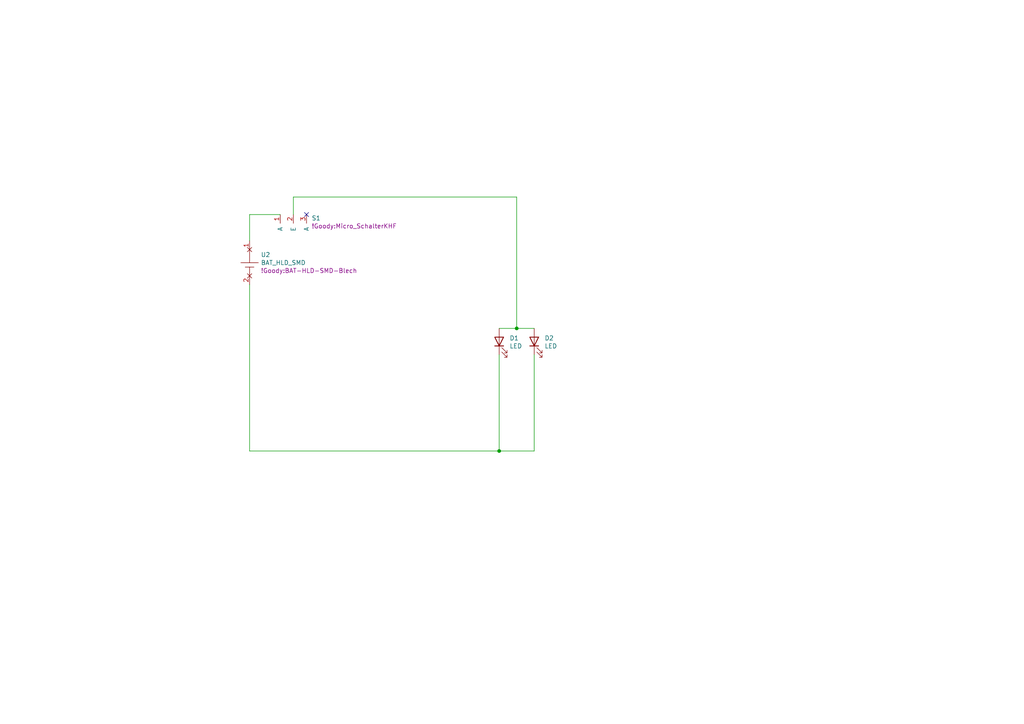
<source format=kicad_sch>
(kicad_sch (version 20230121) (generator eeschema)
  (paper "A4")
  (lib_symbols
    (symbol "!Goody:BAT_HLD_SMD" (pin_names (offset 1.016))
      (property "Reference" "U" (at -5.08 0 0))
      (property "Value" "BAT_HLD_SMD" (at -10.16 3.81 0))
      (property "Footprint" "KHF_LIB:BAT-HLD-SMD" (at -15.24 6.35 0))
      (symbol "BAT_HLD_SMD_0_1"
        (rectangle (start -1.27 -1.27) (end 1.27 -1.27))
        (rectangle (start -1.27 0) (end -2.54 0))
        (rectangle (start -1.27 0) (end 1.27 0))
        (polyline (pts (xy 0 -3.81) (xy 0 -1.27)))
        (polyline (pts (xy 0 0) (xy 0 3.81)))
        (polyline (pts (xy 1.27 0) (xy 2.54 0)))
      )
      (symbol "BAT_HLD_SMD_1_1"
        (pin power_out non_logic (at 0 6.35 270) (length 2.54) (name "~") (number "1"))
        (pin power_out non_logic (at 0 -6.35 90) (length 2.54) (name "~") (number "2"))
      )
    )
    (symbol "!Goody:LED" (pin_numbers hide) (pin_names (offset 1.016) hide)
      (property "Reference" "D" (at 0 2.54 0))
      (property "Value" "LED" (at 2.54 -2.54 90))
      (symbol "LED_0_1"
        (polyline (pts (xy 0 -3.81) (xy 0 -1.27)))
        (polyline (pts (xy 1.27 -3.81) (xy -1.27 -3.81)) (stroke (width 0.254)))
        (polyline (pts (xy 1.27 -1.27) (xy -1.27 -1.27) (xy 0 -3.81) (xy 1.27 -1.27)) (stroke (width 0.254)))
        (polyline (pts (xy 0.762 -5.588) (xy 2.286 -7.112) (xy 2.286 -6.35) (xy 2.286 -7.112) (xy 1.524 -7.112)))
        (polyline (pts (xy 0.762 -4.318) (xy 2.286 -5.842) (xy 2.286 -5.08) (xy 2.286 -5.842) (xy 1.524 -5.842)))
      )
      (symbol "LED_1_1"
        (pin passive line (at 0 -6.35 90) (length 2.54) (name "K") (number "1"))
        (pin passive line (at 0 1.27 270) (length 2.54) (name "A") (number "2"))
      )
    )
    (symbol "!Goody:Micro_Schalter" (pin_names (offset 1.016))
      (property "Reference" "S" (at 0 0 0))
      (property "Footprint" "KHF_LIB:Micro_SchalterKHF" (at 0 0 0))
      (symbol "Micro_Schalter_1_1"
        (pin passive line (at -3.81 -2.54 270) (length 2.54) (name "A") (number "1"))
        (pin passive line (at 0 -2.54 270) (length 2.54) (name "E") (number "2"))
        (pin passive line (at 3.81 -2.54 270) (length 2.54) (name "A") (number "3"))
      )
    )
  )
  (junction (at 149.86 95.25))
  (junction (at 144.78 130.81))
  (no_connect (at 88.9 62.23))
  (wire (pts (xy 85.09 57.15) (xy 149.86 57.15)))
  (wire (pts (xy 72.39 82.55) (xy 72.39 130.81)))
  (wire (pts (xy 149.86 57.15) (xy 149.86 95.25)))
  (wire (pts (xy 144.78 130.81) (xy 154.94 130.81)))
  (wire (pts (xy 72.39 62.23) (xy 81.28 62.23)))
  (wire (pts (xy 144.78 95.25) (xy 149.86 95.25)))
  (wire (pts (xy 85.09 62.23) (xy 85.09 57.15)))
  (wire (pts (xy 72.39 130.81) (xy 144.78 130.81)))
  (wire (pts (xy 72.39 69.85) (xy 72.39 62.23)))
  (wire (pts (xy 144.78 102.87) (xy 144.78 130.81)))
  (wire (pts (xy 149.86 95.25) (xy 154.94 95.25)))
  (wire (pts (xy 154.94 102.87) (xy 154.94 130.81)))
  (symbol (lib_id "!Goody:LED") (at 144.78 96.52 0) (unit 1)
    (property "Reference" "D1" (at 147.7772 98.0694 0) (effects (justify left)))
    (property "Value" "LED" (at 147.7772 100.3808 0) (effects (justify left)))
    (property "Footprint" "LED_THT:LED_D5.0mm" (effects hide))
  )
  (symbol (lib_id "!Goody:LED") (at 154.94 96.52 0) (unit 1)
    (property "Reference" "D2" (at 157.9372 98.0694 0) (effects (justify left)))
    (property "Value" "LED" (at 157.9372 100.3808 0) (effects (justify left)))
    (property "Footprint" "LED_THT:LED_D5.0mm" (effects hide))
  )
  (symbol (lib_id "!Goody:BAT_HLD_SMD") (at 72.39 76.2 0) (unit 1)
    (property "Reference" "U2" (at 75.6412 73.8886 0) (effects (justify left)))
    (property "Value" "BAT_HLD_SMD" (at 75.6412 76.2 0) (effects (justify left)))
    (property "Footprint" "!Goody:BAT-HLD-SMD-Blech" (at 75.6412 78.5114 0) (effects (justify left)))
  )
  (symbol (lib_id "!Goody:Micro_Schalter") (at 85.09 59.69 0) (unit 1)
    (property "Reference" "S1" (at 90.3732 63.2714 0) (effects (justify left)))
    (property "Value" "Micro_Schalter" (effects hide))
    (property "Footprint" "!Goody:Micro_SchalterKHF" (at 90.3732 65.5828 0) (effects (justify left)))
  )
)
</source>
